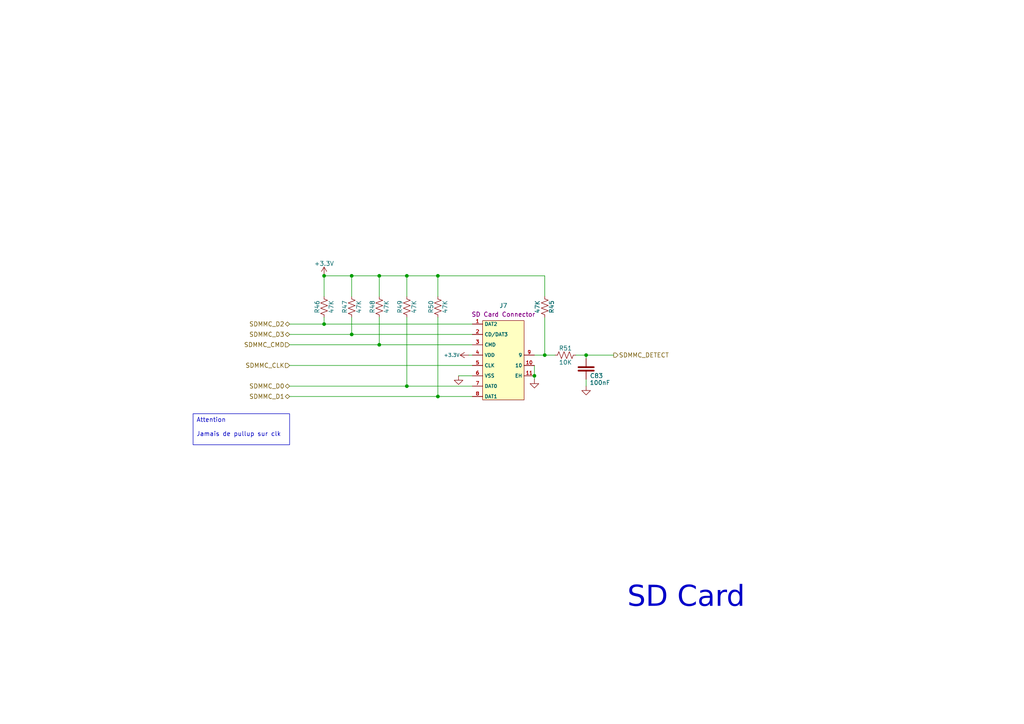
<source format=kicad_sch>
(kicad_sch (version 20250114) (generator "eeschema") (generator_version "9.0")
  (paper "A4")
  (lib_symbols
    (symbol "Connectors:MOLEX_503398-1892"
      (property "Reference" "J" (at 3 2 0))
      (property "Description" "SD Card Connector" (at 8 -24 0))
      (symbol "MOLEX_503398-1892_0_1"
        (rectangle (start 3 1) (end 15 -22) (fill (type background)))
      )
      (symbol "MOLEX_503398-1892_1_1"
        (pin bidirectional line (at 0 0 0) (length 3) (name "DAT2") (number "1"))
        (pin bidirectional line (at 0 -3 0) (length 3) (name "CD/DAT3") (number "2"))
        (pin input line (at 0 -6 0) (length 3) (name "CMD") (number "3"))
        (pin power_in line (at 0 -9 0) (length 3) (name "VDD") (number "4"))
        (pin input line (at 0 -12 0) (length 3) (name "CLK") (number "5"))
        (pin power_in line (at 0 -15 0) (length 3) (name "VSS") (number "6"))
        (pin bidirectional line (at 0 -18 0) (length 3) (name "DAT0") (number "7"))
        (pin bidirectional line (at 0 -21 0) (length 3) (name "DAT1") (number "8"))
        (pin output line (at 18 -9 180) (length 3) (name "9") (number "9"))
        (pin passive line (at 18 -12 180) (length 3) (name "10") (number "10"))
        (pin passive line (at 18 -15 180) (length 3) (name "EH") (number "11"))
      )
    )
    (symbol "Generics:C" (pin_numbers (hide yes)) (pin_names (offset 0) (hide yes))
      (property "Reference" "C" (at 3 3.5 0))
      (property "Value" "NI" (at 3 -3.5 0))
      (symbol "C_0_1"
        (polyline (pts (xy 2.5 -2.2) (xy 2.5 2.2)) (stroke (width 0.508)))
        (polyline (pts (xy 3.5 -2.2) (xy 3.5 2.2)) (stroke (width 0.508)))
      )
      (symbol "C_1_1"
        (pin passive line (at 0 0 0) (length 2.5) (name "1") (number "1"))
        (pin passive line (at 6 0 180) (length 2.5) (name "2") (number "2"))
      )
    )
    (symbol "Generics:R" (pin_numbers (hide yes)) (pin_names (offset 0) (hide yes))
      (property "Reference" "R" (at 3 2 0))
      (property "Value" "NI" (at 3 -2.1 0))
      (symbol "R_0_1"
        (polyline (pts (xy 0.7 0) (xy 1.081 1.016) (xy 1.462 0) (xy 1.843 -1.016) (xy 2.224 0)))
        (polyline (pts (xy 2.224 0) (xy 2.605 1.016) (xy 2.986 0) (xy 3.367 -1.016) (xy 3.748 0)))
        (polyline (pts (xy 3.748 0) (xy 4.129 1.016) (xy 4.51 0) (xy 4.891 -1.016) (xy 5.272 0)))
      )
      (symbol "R_1_1"
        (pin passive line (at 0 0 0) (length 0.7) (name "1") (number "1"))
        (pin passive line (at 6 0 180) (length 0.7) (name "1") (number "2"))
      )
    )
    (symbol "Power:+3.3V" (power) (pin_numbers (hide yes)) (pin_names (offset 0) (hide yes))
      (property "Value" "+3.3V" (at 0 3.556 0))
      (symbol "+3.3V_0_1"
        (polyline (pts (xy -0.762 1.27) (xy 0 2.54)))
        (polyline (pts (xy 0 2.54) (xy 0.762 1.27)))
        (polyline (pts (xy 0 0) (xy 0 2.54)))
      )
      (symbol "+3.3V_1_1"
        (pin power_in line (at 0 0 90) (length 0) (hide yes) (name "+3.3V") (number "1"))
      )
    )
    (symbol "Power:GND" (power) (pin_numbers (hide yes)) (pin_names (offset 0) (hide yes))
      (symbol "GND_0_1"
        (polyline (pts (xy 0 0) (xy 0 -1.27) (xy 1.27 -1.27) (xy 0 -2.54) (xy -1.27 -1.27) (xy 0 -1.27)))
      )
      (symbol "GND_1_1"
        (pin power_in line (at 0 0 270) (length 0) (hide yes) (name "GND") (number "1"))
      )
    )
  )
  (text "SD Card" (at 199 175 0) (effects (font (size 6 6))))
  (text_box "Attention\n\nJamais de pullup sur clk" (at 56 120 0) (size 28 9) (margins 0.9525 0.9525 0.9525 0.9525) (effects (font (size 1.27 1.27)) (justify left top)))
  (junction (at 102 80))
  (junction (at 127 80))
  (junction (at 110 80))
  (junction (at 110 100))
  (junction (at 94 80))
  (junction (at 94 94))
  (junction (at 118 80))
  (junction (at 102 97))
  (junction (at 118 112))
  (junction (at 170 103))
  (junction (at 127 115))
  (junction (at 158 103))
  (junction (at 155 109))
  (wire (pts (xy 133 109) (xy 137 109)))
  (wire (pts (xy 84 115) (xy 127 115)))
  (wire (pts (xy 118 112) (xy 137 112)))
  (wire (pts (xy 118 80) (xy 127 80)))
  (wire (pts (xy 158 103) (xy 161 103)))
  (wire (pts (xy 94 80) (xy 102 80)))
  (wire (pts (xy 94 94) (xy 137 94)))
  (wire (pts (xy 127 80) (xy 158 80)))
  (wire (pts (xy 102 80) (xy 110 80)))
  (wire (pts (xy 118 92) (xy 118 112)))
  (wire (pts (xy 155 106) (xy 155 109)))
  (wire (pts (xy 155 103) (xy 158 103)))
  (wire (pts (xy 84 112) (xy 118 112)))
  (wire (pts (xy 170 103) (xy 170 104)))
  (wire (pts (xy 84 106) (xy 137 106)))
  (wire (pts (xy 110 92) (xy 110 100)))
  (wire (pts (xy 158 92) (xy 158 103)))
  (wire (pts (xy 102 92) (xy 102 97)))
  (wire (pts (xy 94 86) (xy 94 80)))
  (wire (pts (xy 94 92) (xy 94 94)))
  (wire (pts (xy 167 103) (xy 170 103)))
  (wire (pts (xy 84 94) (xy 94 94)))
  (wire (pts (xy 170 103) (xy 178 103)))
  (wire (pts (xy 127 115) (xy 137 115)))
  (wire (pts (xy 127 80) (xy 127 86)))
  (wire (pts (xy 110 100) (xy 137 100)))
  (wire (pts (xy 84 97) (xy 102 97)))
  (wire (pts (xy 170 110) (xy 170 112)))
  (wire (pts (xy 155 109) (xy 155 110)))
  (wire (pts (xy 102 97) (xy 137 97)))
  (wire (pts (xy 136 103) (xy 137 103)))
  (wire (pts (xy 118 80) (xy 118 86)))
  (wire (pts (xy 110 80) (xy 118 80)))
  (wire (pts (xy 84 100) (xy 110 100)))
  (wire (pts (xy 127 92) (xy 127 115)))
  (wire (pts (xy 110 80) (xy 110 86)))
  (wire (pts (xy 158 80) (xy 158 86)))
  (wire (pts (xy 102 80) (xy 102 86)))
  (hierarchical_label "SDMMC_D0" (shape bidirectional) (at 84 112 180))
  (hierarchical_label "SDMMC_D3" (shape bidirectional) (at 84 97 180))
  (hierarchical_label "SDMMC_D2" (shape bidirectional) (at 84 94 180))
  (hierarchical_label "SDMMC_CMD" (shape input) (at 84 100 180))
  (hierarchical_label "SDMMC_DETECT" (shape output) (at 178 103 0))
  (hierarchical_label "SDMMC_CLK" (shape input) (at 84 106 180))
  (hierarchical_label "SDMMC_D1" (shape bidirectional) (at 84 115 180))
  (symbol (lib_id "Power:GND") (at 133 109 0) (unit 1)
    (property "Reference" "#PWR081" (effects (hide yes)))
    (property "Value" "GND" (effects (hide yes)))
    (property "Description" "Power symbol creates a global label with name \"GND\"" (effects (hide yes)))
  )
  (symbol (lib_id "Generics:R") (at 110 92 90) (unit 1)
    (property "Reference" "R48" (at 108 89 0) (effects (font (size 1.25 1.25))))
    (property "Value" "47K" (at 112.1 89 0) (effects (font (size 1.25 1.25))))
    (property "Footprint" "Generics:R_0402" (effects (hide yes)))
    (property "Description" "Resistor" (effects (hide yes)))
    (property "LCSC Part #" "C25792" (effects (hide yes)))
  )
  (symbol (lib_id "Generics:R") (at 158 86 270) (unit 1)
    (property "Reference" "R45" (at 160 89 0) (effects (font (size 1.25 1.25))))
    (property "Value" "47K" (at 155.9 89 0) (effects (font (size 1.25 1.25))))
    (property "Footprint" "Generics:R_0402" (effects (hide yes)))
    (property "Description" "Resistor" (effects (hide yes)))
    (property "LCSC Part #" "C25792" (effects (hide yes)))
  )
  (symbol (lib_id "Power:GND") (at 155 110 0) (unit 1)
    (property "Reference" "#PWR082" (effects (hide yes)))
    (property "Value" "GND" (effects (hide yes)))
    (property "Description" "Power symbol creates a global label with name \"GND\"" (effects (hide yes)))
  )
  (symbol (lib_id "Power:GND") (at 170 112 0) (unit 1)
    (property "Reference" "#PWR096" (effects (hide yes)))
    (property "Value" "GND" (effects (hide yes)))
    (property "Description" "Power symbol creates a global label with name \"GND\"" (effects (hide yes)))
  )
  (symbol (lib_id "Generics:R") (at 118 92 90) (unit 1)
    (property "Reference" "R49" (at 116 89 0) (effects (font (size 1.25 1.25))))
    (property "Value" "47K" (at 120.1 89 0) (effects (font (size 1.25 1.25))))
    (property "Footprint" "Generics:R_0402" (effects (hide yes)))
    (property "Description" "Resistor" (effects (hide yes)))
    (property "LCSC Part #" "C25792" (effects (hide yes)))
  )
  (symbol (lib_id "Power:+3.3V") (at 136 103 90) (unit 1)
    (property "Reference" "#PWR080" (effects (hide yes)))
    (property "Value" "+3.3V" (at 131 103 90) (effects (font (size 1 1))))
    (property "Description" "Power symbol creates a global label with name \"+3.3V\"" (effects (hide yes)))
  )
  (symbol (lib_id "Generics:C") (at 170 110 90) (unit 1)
    (property "Reference" "C83" (at 173 109 90) (effects (font (size 1.25 1.25))))
    (property "Value" "100nF" (at 174 111 90) (effects (font (size 1.25 1.25))))
    (property "Footprint" "Generics:C_0603" (effects (hide yes)))
    (property "Description" "Unpolarized capacitor" (effects (hide yes)))
    (property "LCSC Part #" "C14663" (effects (hide yes)))
  )
  (symbol (lib_id "Power:+3.3V") (at 94 80 0) (unit 1)
    (property "Reference" "#PWR079" (effects (hide yes)))
    (property "Value" "+3.3V" (at 94 76.444 0) (effects (font (size 1.25 1.25))))
    (property "Description" "Power symbol creates a global label with name \"+3.3V\"" (effects (hide yes)))
  )
  (symbol (lib_id "Generics:R") (at 127 92 90) (unit 1)
    (property "Reference" "R50" (at 125 89 0) (effects (font (size 1.25 1.25))))
    (property "Value" "47K" (at 129.1 89 0) (effects (font (size 1.25 1.25))))
    (property "Footprint" "Generics:R_0402" (effects (hide yes)))
    (property "Description" "Resistor" (effects (hide yes)))
    (property "LCSC Part #" "C25792" (effects (hide yes)))
  )
  (symbol (lib_id "Generics:R") (at 161 103 0) (unit 1)
    (property "Reference" "R51" (at 164 101 0) (effects (font (size 1.25 1.25))))
    (property "Value" "10K" (at 164 105.1 0) (effects (font (size 1.25 1.25))))
    (property "Footprint" "Generics:R_0603" (effects (hide yes)))
    (property "Description" "Resistor" (effects (hide yes)))
    (property "LCSC Part #" "C25792" (effects (hide yes)))
  )
  (symbol (lib_id "Connectors:MOLEX_503398-1892") (at 137 94 0) (unit 1)
    (property "Reference" "J7" (at 146 88.65 0))
    (property "Footprint" "Connectors:MOLEX_503398-1892" (effects (hide yes)))
    (property "Datasheet" "kicad-embed://2407081336_MOLEX-5033981892_C428492.pdf" (effects (hide yes)))
    (property "Description" "SD Card Connector" (at 146 91.19 0))
    (property "LCSC Part#" "C428492" (effects (hide yes)))
    (property "Part#" "MOLEX SDCARD 503398-1892" (effects (hide yes)))
  )
  (symbol (lib_id "Generics:R") (at 102 92 90) (unit 1)
    (property "Reference" "R47" (at 100 89 0) (effects (font (size 1.25 1.25))))
    (property "Value" "47K" (at 104.1 89 0) (effects (font (size 1.25 1.25))))
    (property "Footprint" "Generics:R_0402" (effects (hide yes)))
    (property "Description" "Resistor" (effects (hide yes)))
    (property "LCSC Part #" "C25792" (effects (hide yes)))
  )
  (symbol (lib_id "Generics:R") (at 94 92 90) (unit 1)
    (property "Reference" "R46" (at 92 89 0) (effects (font (size 1.25 1.25))))
    (property "Value" "47K" (at 96.1 89 0) (effects (font (size 1.25 1.25))))
    (property "Footprint" "Generics:R_0402" (effects (hide yes)))
    (property "Description" "Resistor" (effects (hide yes)))
    (property "LCSC Part #" "C25792" (effects (hide yes)))
  )
)
</source>
